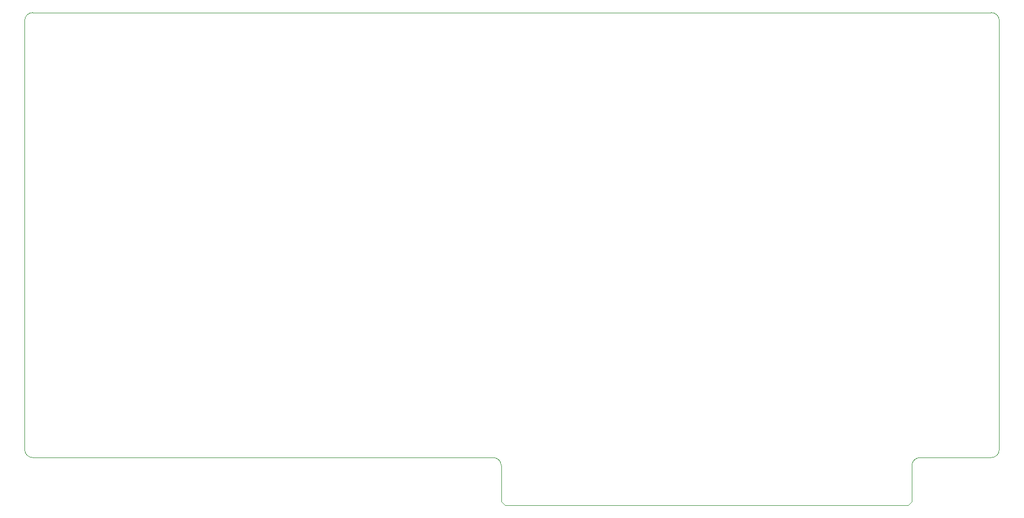
<source format=gbr>
G04 #@! TF.GenerationSoftware,KiCad,Pcbnew,(6.0.5-0)*
G04 #@! TF.CreationDate,2022-09-20T02:49:25-07:00*
G04 #@! TF.ProjectId,80ColumnCard,3830436f-6c75-46d6-9e43-6172642e6b69,rev?*
G04 #@! TF.SameCoordinates,Original*
G04 #@! TF.FileFunction,Profile,NP*
%FSLAX46Y46*%
G04 Gerber Fmt 4.6, Leading zero omitted, Abs format (unit mm)*
G04 Created by KiCad (PCBNEW (6.0.5-0)) date 2022-09-20 02:49:25*
%MOMM*%
%LPD*%
G01*
G04 APERTURE LIST*
G04 #@! TA.AperFunction,Profile*
%ADD10C,0.100000*%
G04 #@! TD*
G04 APERTURE END LIST*
D10*
X248539000Y-121920000D02*
X248539000Y-53467000D01*
X169227500Y-130175000D02*
X169862500Y-130810000D01*
X248539000Y-53467000D02*
G75*
G03*
X247269000Y-52197000I-1270000J0D01*
G01*
X234632500Y-130175000D02*
X233997500Y-130810000D01*
X235902500Y-123190000D02*
X247269000Y-123190000D01*
X247269000Y-123190000D02*
G75*
G03*
X248539000Y-121920000I0J1270000D01*
G01*
X235902500Y-123190000D02*
G75*
G03*
X234632500Y-124460000I0J-1270000D01*
G01*
X247269000Y-52197000D02*
X94615000Y-52197000D01*
X233997500Y-130810000D02*
X169862500Y-130810000D01*
X169227500Y-124460000D02*
G75*
G03*
X167957500Y-123190000I-1270000J0D01*
G01*
X94615000Y-52197000D02*
G75*
G03*
X93345000Y-53467000I0J-1270000D01*
G01*
X169227500Y-124460000D02*
X169227500Y-130175000D01*
X234632500Y-124460000D02*
X234632500Y-130175000D01*
X93345000Y-53467000D02*
X93345000Y-121920000D01*
X93345000Y-121920000D02*
G75*
G03*
X94615000Y-123190000I1270000J0D01*
G01*
X94615000Y-123190000D02*
X167957500Y-123190000D01*
M02*

</source>
